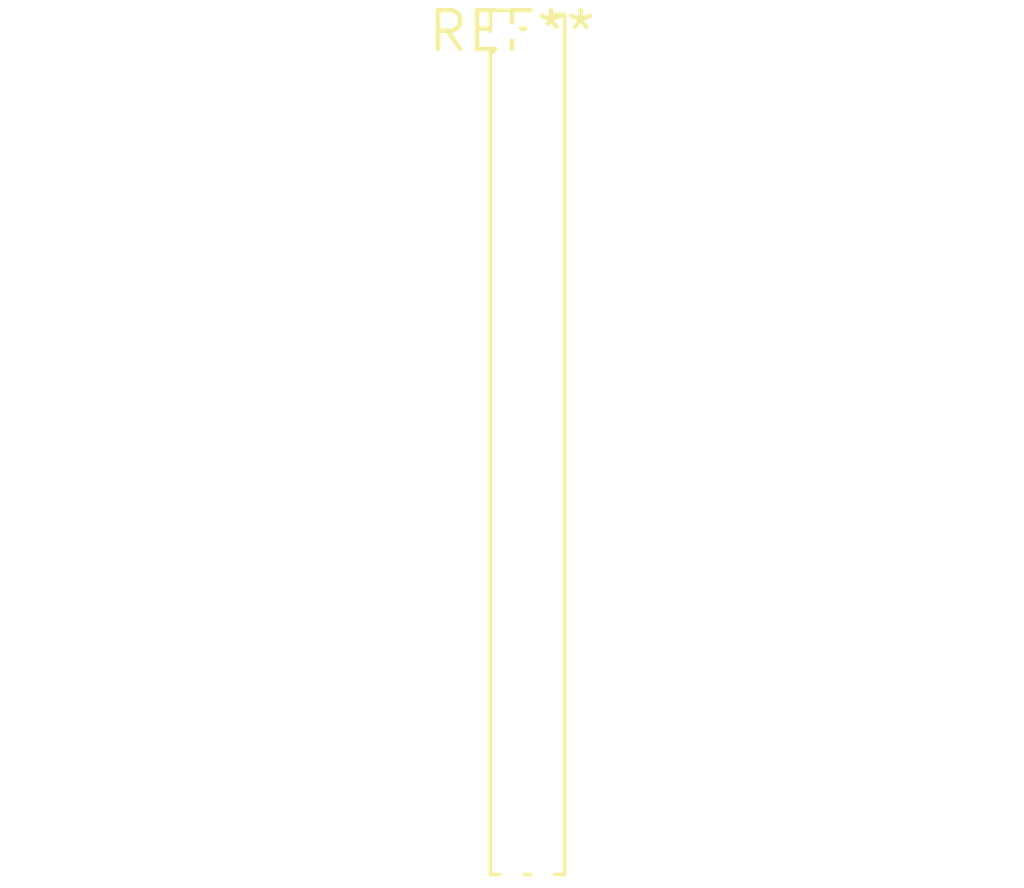
<source format=kicad_pcb>
(kicad_pcb (version 20240108) (generator pcbnew)
  (layers (0 "F.Cu" signal) (31 "B.Cu" signal) (34 "B.Paste" user) (35 "F.Paste" user) (36 "B.SilkS" user "B.Silkscreen") (37 "F.SilkS" user "F.Silkscreen") (38 "B.Mask" user) (39 "F.Mask" user) (44 "Edge.Cuts" user))
  (net 0 "")
  (footprint "PinHeader_2x28_P1.00mm_Vertical" (layer "F.Cu") (at 0 0)
    (property "Reference" "REF**")
    (property "Value" "PinHeader_2x28_P1.00mm_Vertical")
    (fp_line (start -0.71 -0.685) (end 0 -0.685) (layer "F.SilkS") (stroke (width 0.12)))
    (fp_line (start -0.71 0) (end -0.71 -0.685) (layer "F.SilkS") (stroke (width 0.12)))
    (fp_line (start -0.71 0.685) (end -0.71 27.56) (layer "F.SilkS") (stroke (width 0.12)))
    (fp_line (start -0.71 0.685) (end -0.608276 0.685) (layer "F.SilkS") (stroke (width 0.12)))
    (fp_line (start -0.71 27.56) (end -0.394493 27.56) (layer "F.SilkS") (stroke (width 0.12)))
    (fp_line (start 0.394493 27.56) (end 0.605507 27.56) (layer "F.SilkS") (stroke (width 0.12)))
    (fp_line (start 1.394493 -0.56) (end 1.71 -0.56) (layer "F.SilkS") (stroke (width 0.12)))
    (fp_line (start 1.394493 27.56) (end 1.71 27.56) (layer "F.SilkS") (stroke (width 0.12)))
    (fp_line (start 1.71 -0.56) (end 1.71 27.56) (layer "F.SilkS") (stroke (width 0.12)))
    (pad "1" thru_hole rect (at 0 0) (size 0.85 0.85) (drill 0.5) (layers *.Cu *.Mask) (remove_unused_layers))
    (pad "2" thru_hole oval (at 1 0) (size 0.85 0.85) (drill 0.5) (layers *.Cu *.Mask) (remove_unused_layers))
    (pad "3" thru_hole oval (at 0 1) (size 0.85 0.85) (drill 0.5) (layers *.Cu *.Mask) (remove_unused_layers))
    (pad "4" thru_hole oval (at 1 1) (size 0.85 0.85) (drill 0.5) (layers *.Cu *.Mask) (remove_unused_layers))
    (pad "5" thru_hole oval (at 0 2) (size 0.85 0.85) (drill 0.5) (layers *.Cu *.Mask) (remove_unused_layers))
    (pad "6" thru_hole oval (at 1 2) (size 0.85 0.85) (drill 0.5) (layers *.Cu *.Mask) (remove_unused_layers))
    (pad "7" thru_hole oval (at 0 3) (size 0.85 0.85) (drill 0.5) (layers *.Cu *.Mask) (remove_unused_layers))
    (pad "8" thru_hole oval (at 1 3) (size 0.85 0.85) (drill 0.5) (layers *.Cu *.Mask) (remove_unused_layers))
    (pad "9" thru_hole oval (at 0 4) (size 0.85 0.85) (drill 0.5) (layers *.Cu *.Mask) (remove_unused_layers))
    (pad "10" thru_hole oval (at 1 4) (size 0.85 0.85) (drill 0.5) (layers *.Cu *.Mask) (remove_unused_layers))
    (pad "11" thru_hole oval (at 0 5) (size 0.85 0.85) (drill 0.5) (layers *.Cu *.Mask) (remove_unused_layers))
    (pad "12" thru_hole oval (at 1 5) (size 0.85 0.85) (drill 0.5) (layers *.Cu *.Mask) (remove_unused_layers))
    (pad "13" thru_hole oval (at 0 6) (size 0.85 0.85) (drill 0.5) (layers *.Cu *.Mask) (remove_unused_layers))
    (pad "14" thru_hole oval (at 1 6) (size 0.85 0.85) (drill 0.5) (layers *.Cu *.Mask) (remove_unused_layers))
    (pad "15" thru_hole oval (at 0 7) (size 0.85 0.85) (drill 0.5) (layers *.Cu *.Mask) (remove_unused_layers))
    (pad "16" thru_hole oval (at 1 7) (size 0.85 0.85) (drill 0.5) (layers *.Cu *.Mask) (remove_unused_layers))
    (pad "17" thru_hole oval (at 0 8) (size 0.85 0.85) (drill 0.5) (layers *.Cu *.Mask) (remove_unused_layers))
    (pad "18" thru_hole oval (at 1 8) (size 0.85 0.85) (drill 0.5) (layers *.Cu *.Mask) (remove_unused_layers))
    (pad "19" thru_hole oval (at 0 9) (size 0.85 0.85) (drill 0.5) (layers *.Cu *.Mask) (remove_unused_layers))
    (pad "20" thru_hole oval (at 1 9) (size 0.85 0.85) (drill 0.5) (layers *.Cu *.Mask) (remove_unused_layers))
    (pad "21" thru_hole oval (at 0 10) (size 0.85 0.85) (drill 0.5) (layers *.Cu *.Mask) (remove_unused_layers))
    (pad "22" thru_hole oval (at 1 10) (size 0.85 0.85) (drill 0.5) (layers *.Cu *.Mask) (remove_unused_layers))
    (pad "23" thru_hole oval (at 0 11) (size 0.85 0.85) (drill 0.5) (layers *.Cu *.Mask) (remove_unused_layers))
    (pad "24" thru_hole oval (at 1 11) (size 0.85 0.85) (drill 0.5) (layers *.Cu *.Mask) (remove_unused_layers))
    (pad "25" thru_hole oval (at 0 12) (size 0.85 0.85) (drill 0.5) (layers *.Cu *.Mask) (remove_unused_layers))
    (pad "26" thru_hole oval (at 1 12) (size 0.85 0.85) (drill 0.5) (layers *.Cu *.Mask) (remove_unused_layers))
    (pad "27" thru_hole oval (at 0 13) (size 0.85 0.85) (drill 0.5) (layers *.Cu *.Mask) (remove_unused_layers))
    (pad "28" thru_hole oval (at 1 13) (size 0.85 0.85) (drill 0.5) (layers *.Cu *.Mask) (remove_unused_layers))
    (pad "29" thru_hole oval (at 0 14) (size 0.85 0.85) (drill 0.5) (layers *.Cu *.Mask) (remove_unused_layers))
    (pad "30" thru_hole oval (at 1 14) (size 0.85 0.85) (drill 0.5) (layers *.Cu *.Mask) (remove_unused_layers))
    (pad "31" thru_hole oval (at 0 15) (size 0.85 0.85) (drill 0.5) (layers *.Cu *.Mask) (remove_unused_layers))
    (pad "32" thru_hole oval (at 1 15) (size 0.85 0.85) (drill 0.5) (layers *.Cu *.Mask) (remove_unused_layers))
    (pad "33" thru_hole oval (at 0 16) (size 0.85 0.85) (drill 0.5) (layers *.Cu *.Mask) (remove_unused_layers))
    (pad "34" thru_hole oval (at 1 16) (size 0.85 0.85) (drill 0.5) (layers *.Cu *.Mask) (remove_unused_layers))
    (pad "35" thru_hole oval (at 0 17) (size 0.85 0.85) (drill 0.5) (layers *.Cu *.Mask) (remove_unused_layers))
    (pad "36" thru_hole oval (at 1 17) (size 0.85 0.85) (drill 0.5) (layers *.Cu *.Mask) (remove_unused_layers))
    (pad "37" thru_hole oval (at 0 18) (size 0.85 0.85) (drill 0.5) (layers *.Cu *.Mask) (remove_unused_layers))
    (pad "38" thru_hole oval (at 1 18) (size 0.85 0.85) (drill 0.5) (layers *.Cu *.Mask) (remove_unused_layers))
    (pad "39" thru_hole oval (at 0 19) (size 0.85 0.85) (drill 0.5) (layers *.Cu *.Mask) (remove_unused_layers))
    (pad "40" thru_hole oval (at 1 19) (size 0.85 0.85) (drill 0.5) (layers *.Cu *.Mask) (remove_unused_layers))
    (pad "41" thru_hole oval (at 0 20) (size 0.85 0.85) (drill 0.5) (layers *.Cu *.Mask) (remove_unused_layers))
    (pad "42" thru_hole oval (at 1 20) (size 0.85 0.85) (drill 0.5) (layers *.Cu *.Mask) (remove_unused_layers))
    (pad "43" thru_hole oval (at 0 21) (size 0.85 0.85) (drill 0.5) (layers *.Cu *.Mask) (remove_unused_layers))
    (pad "44" thru_hole oval (at 1 21) (size 0.85 0.85) (drill 0.5) (layers *.Cu *.Mask) (remove_unused_layers))
    (pad "45" thru_hole oval (at 0 22) (size 0.85 0.85) (drill 0.5) (layers *.Cu *.Mask) (remove_unused_layers))
    (pad "46" thru_hole oval (at 1 22) (size 0.85 0.85) (drill 0.5) (layers *.Cu *.Mask) (remove_unused_layers))
    (pad "47" thru_hole oval (at 0 23) (size 0.85 0.85) (drill 0.5) (layers *.Cu *.Mask) (remove_unused_layers))
    (pad "48" thru_hole oval (at 1 23) (size 0.85 0.85) (drill 0.5) (layers *.Cu *.Mask) (remove_unused_layers))
    (pad "49" thru_hole oval (at 0 24) (size 0.85 0.85) (drill 0.5) (layers *.Cu *.Mask) (remove_unused_layers))
    (pad "50" thru_hole oval (at 1 24) (size 0.85 0.85) (drill 0.5) (layers *.Cu *.Mask) (remove_unused_layers))
    (pad "51" thru_hole oval (at 0 25) (size 0.85 0.85) (drill 0.5) (layers *.Cu *.Mask) (remove_unused_layers))
    (pad "52" thru_hole oval (at 1 25) (size 0.85 0.85) (drill 0.5) (layers *.Cu *.Mask) (remove_unused_layers))
    (pad "53" thru_hole oval (at 0 26) (size 0.85 0.85) (drill 0.5) (layers *.Cu *.Mask) (remove_unused_layers))
    (pad "54" thru_hole oval (at 1 26) (size 0.85 0.85) (drill 0.5) (layers *.Cu *.Mask) (remove_unused_layers))
    (pad "55" thru_hole oval (at 0 27) (size 0.85 0.85) (drill 0.5) (layers *.Cu *.Mask) (remove_unused_layers))
    (pad "56" thru_hole oval (at 1 27) (size 0.85 0.85) (drill 0.5) (layers *.Cu *.Mask) (remove_unused_layers))
  )
)
</source>
